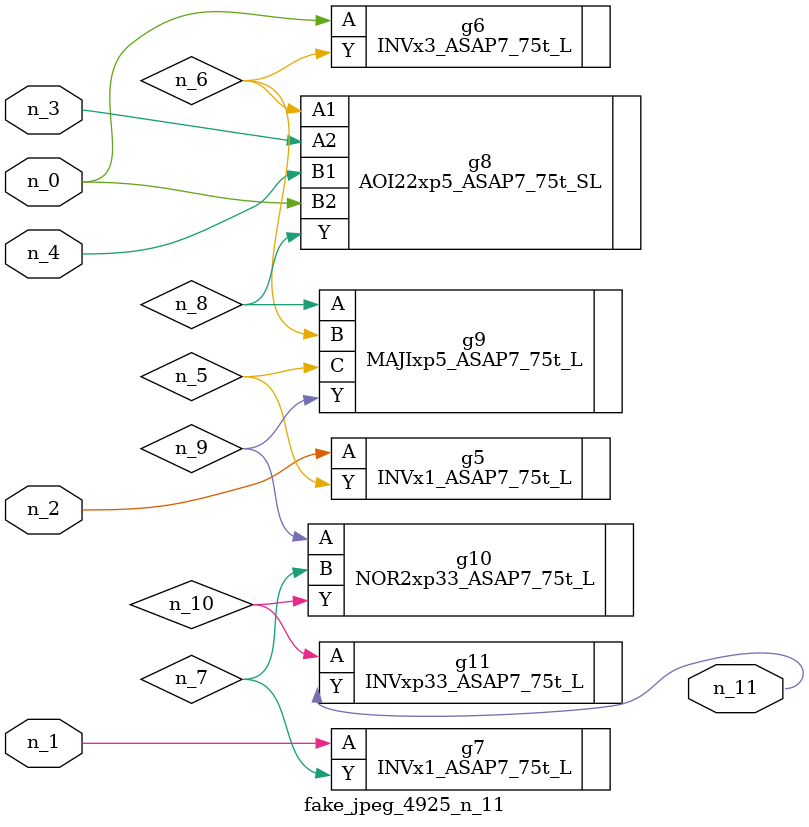
<source format=v>
module fake_jpeg_4925_n_11 (n_3, n_2, n_1, n_0, n_4, n_11);

input n_3;
input n_2;
input n_1;
input n_0;
input n_4;

output n_11;

wire n_10;
wire n_8;
wire n_9;
wire n_6;
wire n_5;
wire n_7;

INVx1_ASAP7_75t_L g5 ( 
.A(n_2),
.Y(n_5)
);

INVx3_ASAP7_75t_L g6 ( 
.A(n_0),
.Y(n_6)
);

INVx1_ASAP7_75t_L g7 ( 
.A(n_1),
.Y(n_7)
);

AOI22xp5_ASAP7_75t_SL g8 ( 
.A1(n_6),
.A2(n_3),
.B1(n_4),
.B2(n_0),
.Y(n_8)
);

MAJIxp5_ASAP7_75t_L g9 ( 
.A(n_8),
.B(n_6),
.C(n_5),
.Y(n_9)
);

NOR2xp33_ASAP7_75t_L g10 ( 
.A(n_9),
.B(n_7),
.Y(n_10)
);

INVxp33_ASAP7_75t_L g11 ( 
.A(n_10),
.Y(n_11)
);


endmodule
</source>
